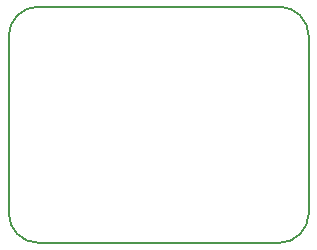
<source format=gm1>
%TF.GenerationSoftware,KiCad,Pcbnew,7.0.8-7.0.8~ubuntu22.04.1*%
%TF.CreationDate,2023-11-26T12:39:26-08:00*%
%TF.ProjectId,radial_16mA,72616469-616c-45f3-9136-6d412e6b6963,rev?*%
%TF.SameCoordinates,Original*%
%TF.FileFunction,Profile,NP*%
%FSLAX46Y46*%
G04 Gerber Fmt 4.6, Leading zero omitted, Abs format (unit mm)*
G04 Created by KiCad (PCBNEW 7.0.8-7.0.8~ubuntu22.04.1) date 2023-11-26 12:39:26*
%MOMM*%
%LPD*%
G01*
G04 APERTURE LIST*
%TA.AperFunction,Profile*%
%ADD10C,0.200000*%
%TD*%
G04 APERTURE END LIST*
D10*
X75400000Y-52500000D02*
G75*
G03*
X72900000Y-50000000I-2500000J0D01*
G01*
X50000000Y-67500000D02*
G75*
G03*
X52500000Y-70000000I2500000J0D01*
G01*
X52500000Y-50000000D02*
X72900000Y-50000000D01*
X52500000Y-50000000D02*
G75*
G03*
X50000000Y-52500000I0J-2500000D01*
G01*
X72900000Y-70000000D02*
G75*
G03*
X75400000Y-67500000I0J2500000D01*
G01*
X50000000Y-52500000D02*
X50000000Y-67500000D01*
X52500000Y-70000000D02*
X72900000Y-70000000D01*
X75400000Y-52500000D02*
X75400000Y-67500000D01*
M02*

</source>
